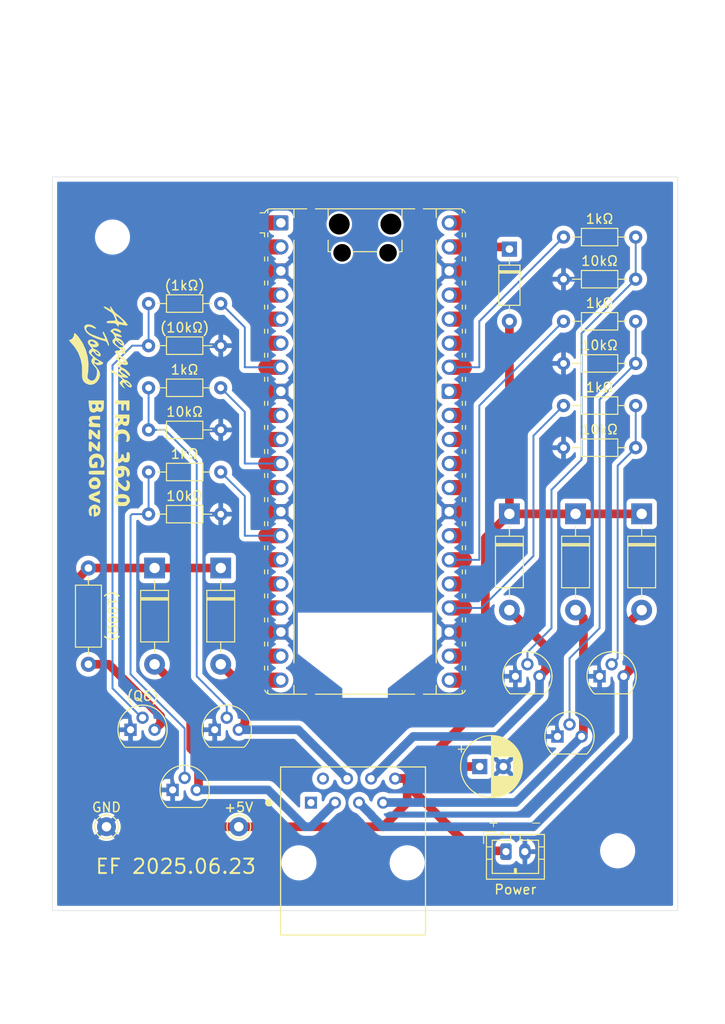
<source format=kicad_pcb>
(kicad_pcb (version 20241229) (generator "pcbnew") (generator_version "9.0")
  (title_block (title "BuzzGloves Controller") (date "2025-06-24") (rev "2025.06.23") (company "FRC 3620 - Average Joes") (comment 4 "Hi, Libby!"))
  (layers (0 "F.Cu" signal) (2 "B.Cu" signal) (13 "F.Paste" user) (15 "B.Paste" user) (5 "F.SilkS" user "F.Silkscreen") (7 "B.SilkS" user "B.Silkscreen") (1 "F.Mask" user) (3 "B.Mask" user) (25 "Edge.Cuts" user))
  (net 0 "")
  (net 1 "GND")
  (net 4 "+5V")
  (net 14 "X1")
  (net 28 "Net-(Q1-B)")
  (net 31 "M1")
  (net 34 "X2")
  (net 35 "X4")
  (net 36 "X5")
  (net 37 "X3")
  (net 38 "X6")
  (net 39 "M2")
  (net 40 "M3")
  (net 41 "M4")
  (net 42 "M5")
  (net 43 "Net-(Q2-B)")
  (net 44 "Net-(Q3-B)")
  (net 45 "Net-(Q4-B)")
  (net 46 "Net-(Q5-B)")
  (net 47 "/DummyLoad")
  (net 48 "Net-(Q6-B)")
  (net 49 "/Pico Power")
  (footprint "Resistor_THT:R_Axial_DIN0204_L3.6mm_D1.6mm_P7.62mm_Horizontal" (layer "F.Cu") (at 123.19 74.959401)
    (property "Reference" "R14" (hide yes))
    (property "Value" "(10kΩ)" (at 3.81 -1.905 0) (layer "F.SilkS"))
    (pad "1" thru_hole circle (at 0 0) (size 1.4 1.4) (drill 0.7) (layers "*.Cu" "*.Mask") (net 48 "Net-(Q6-B)"))
    (pad "2" thru_hole oval (at 7.62 0) (size 1.4 1.4) (drill 0.7) (layers "*.Cu" "*.Mask") (net 1 "GND"))
  )
  (footprint "Package_TO_SOT_THT:TO-92" (layer "F.Cu") (at 121.285 115.493358)
    (property "Reference" "(Q6)" (at 1.27 -3.56 0) (layer "F.SilkS"))
    (property "Value" "PN2222" (hide yes))
    (pad "1" thru_hole rect (at 0 0) (size 1.3 1.3) (drill 0.75) (layers "*.Cu" "*.Mask") (net 1 "GND"))
    (pad "2" thru_hole circle (at 1.27 -1.27) (size 1.3 1.3) (drill 0.75) (layers "*.Cu" "*.Mask") (net 48 "Net-(Q6-B)"))
    (pad "3" thru_hole circle (at 2.54 0) (size 1.3 1.3) (drill 0.75) (layers "*.Cu" "*.Mask") (net 47 "/DummyLoad"))
  )
  (footprint "Package_TO_SOT_THT:TO-92" (layer "F.Cu") (at 161.925 109.855)
    (property "Reference" "Q1" (hide yes))
    (property "Value" "PN2222" (hide yes))
    (pad "1" thru_hole rect (at 0 0) (size 1.3 1.3) (drill 0.75) (layers "*.Cu" "*.Mask") (net 1 "GND"))
    (pad "2" thru_hole circle (at 1.27 -1.27) (size 1.3 1.3) (drill 0.75) (layers "*.Cu" "*.Mask") (net 28 "Net-(Q1-B)"))
    (pad "3" thru_hole circle (at 2.54 0) (size 1.3 1.3) (drill 0.75) (layers "*.Cu" "*.Mask") (net 31 "M1"))
  )
  (footprint "Diode_THT:D_DO-35_SOD27_P7.62mm_Horizontal" (layer "F.Cu") (at 161.29 64.77 -90)
    (property "Reference" "D1" (hide yes))
    (property "Value" "SD103A-TAP")
    (pad "1" thru_hole rect (at 0 0 270) (size 1.6 1.6) (drill 0.8) (layers "*.Cu" "*.Mask") (net 49 "/Pico Power"))
    (pad "2" thru_hole oval (at 7.62 0 270) (size 1.6 1.6) (drill 0.8) (layers "*.Cu" "*.Mask") (net 4 "+5V"))
  )
  (footprint "MountingHole:MountingHole_3.2mm_M3" (layer "F.Cu") (at 172.72 128.27)
    (property "Reference" "REF**" (hide yes))
    (property "Value" "MountingHole_3.2mm_M3" (hide yes))
    (pad "" np_thru_hole circle (at 0 0) (size 3.2 3.2) (drill 3.2) (layers "*.Cu" "*.Mask"))
  )
  (footprint "Diode_THT:D_DO-41_SOD81_P10.16mm_Horizontal" (layer "F.Cu") (at 175.26 92.71 -90)
    (property "Reference" "D4" (hide yes))
    (property "Value" "1N4007" (hide yes))
    (pad "1" thru_hole rect (at 0 0 270) (size 2.2 2.2) (drill 1.1) (layers "*.Cu" "*.Mask") (net 4 "+5V"))
    (pad "2" thru_hole oval (at 10.16 0 270) (size 2.2 2.2) (drill 1.1) (layers "*.Cu" "*.Mask") (net 40 "M3"))
  )
  (footprint "Package_TO_SOT_THT:TO-92" (layer "F.Cu") (at 125.73 121.843358)
    (property "Reference" "Q5" (hide yes))
    (property "Value" "PN2222" (hide yes))
    (pad "1" thru_hole rect (at 0 0) (size 1.3 1.3) (drill 0.75) (layers "*.Cu" "*.Mask") (net 1 "GND"))
    (pad "2" thru_hole circle (at 1.27 -1.27) (size 1.3 1.3) (drill 0.75) (layers "*.Cu" "*.Mask") (net 46 "Net-(Q5-B)"))
    (pad "3" thru_hole circle (at 2.54 0) (size 1.3 1.3) (drill 0.75) (layers "*.Cu" "*.Mask") (net 42 "M5"))
  )
  (footprint "Package_TO_SOT_THT:TO-92" (layer "F.Cu") (at 130.175 115.493358)
    (property "Reference" "Q4" (hide yes))
    (property "Value" "PN2222" (hide yes))
    (pad "1" thru_hole rect (at 0 0) (size 1.3 1.3) (drill 0.75) (layers "*.Cu" "*.Mask") (net 1 "GND"))
    (pad "2" thru_hole circle (at 1.27 -1.27) (size 1.3 1.3) (drill 0.75) (layers "*.Cu" "*.Mask") (net 45 "Net-(Q4-B)"))
    (pad "3" thru_hole circle (at 2.54 0) (size 1.3 1.3) (drill 0.75) (layers "*.Cu" "*.Mask") (net 41 "M4"))
  )
  (footprint "Package_TO_SOT_THT:TO-92" (layer "F.Cu") (at 170.815 109.855)
    (property "Reference" "Q3" (hide yes))
    (property "Value" "PN2222" (hide yes))
    (pad "1" thru_hole rect (at 0 0) (size 1.3 1.3) (drill 0.75) (layers "*.Cu" "*.Mask") (net 1 "GND"))
    (pad "2" thru_hole circle (at 1.27 -1.27) (size 1.3 1.3) (drill 0.75) (layers "*.Cu" "*.Mask") (net 44 "Net-(Q3-B)"))
    (pad "3" thru_hole circle (at 2.54 0) (size 1.3 1.3) (drill 0.75) (layers "*.Cu" "*.Mask") (net 40 "M3"))
  )
  (footprint "Diode_THT:D_DO-41_SOD81_P10.16mm_Horizontal" (layer "F.Cu") (at 168.275 92.71 -90)
    (property "Reference" "D3" (hide yes))
    (property "Value" "1N4007" (hide yes))
    (pad "1" thru_hole rect (at 0 0 270) (size 2.2 2.2) (drill 1.1) (layers "*.Cu" "*.Mask") (net 4 "+5V"))
    (pad "2" thru_hole oval (at 10.16 0 270) (size 2.2 2.2) (drill 1.1) (layers "*.Cu" "*.Mask") (net 39 "M2"))
  )
  (footprint "Resistor_THT:R_Axial_DIN0204_L3.6mm_D1.6mm_P7.62mm_Horizontal" (layer "F.Cu") (at 123.19 88.294401)
    (property "Reference" "R11" (hide yes))
    (property "Value" "1kΩ" (at 3.81 -1.905 0) (layer "F.SilkS"))
    (pad "1" thru_hole circle (at 0 0) (size 1.4 1.4) (drill 0.7) (layers "*.Cu" "*.Mask") (net 46 "Net-(Q5-B)"))
    (pad "2" thru_hole oval (at 7.62 0) (size 1.4 1.4) (drill 0.7) (layers "*.Cu" "*.Mask") (net 36 "X5"))
  )
  (footprint "Connector_JST:JST_PH_B2B-PH-K_1x02_P2.00mm_Vertical" (layer "F.Cu") (at 160.925001 128.355)
    (property "Reference" "J4" (hide yes))
    (property "Value" "Power" (at 1 4 0) (layer "F.SilkS"))
    (fp_text user "+" (at -2 -2.5 0) (layer "F.SilkS") (effects (font (thickness 0.1)) (justify left bottom)))
    (fp_text user "-" (at 2.5 -2.5 0) (layer "F.SilkS") (effects (font (thickness 0.1)) (justify left bottom)))
    (pad "1" thru_hole roundrect (at 0 0) (size 1.2 1.75) (drill 0.75) (layers "*.Cu" "*.Mask") (roundrect_rratio 0.208333) (net 4 "+5V"))
    (pad "2" thru_hole oval (at 2.000001 0) (size 1.2 1.75) (drill 0.75) (layers "*.Cu" "*.Mask") (net 1 "GND"))
  )
  (footprint "BuzzGloveFootprints:logo" (layer "F.Cu") (at 118.075899 83.472471 -90)
    (property "Reference" "G***" (hide yes))
    (property "Value" "LOGO" (hide yes))
  )
  (footprint "Resistor_THT:R_Axial_DIN0204_L3.6mm_D1.6mm_P7.62mm_Horizontal" (layer "F.Cu") (at 174.625 72.39 180)
    (property "Reference" "R5" (hide yes))
    (property "Value" "1kΩ" (at 3.81 1.92 180) (layer "F.SilkS"))
    (pad "1" thru_hole circle (at 0 0 180) (size 1.4 1.4) (drill 0.7) (layers "*.Cu" "*.Mask") (net 43 "Net-(Q2-B)"))
    (pad "2" thru_hole oval (at 7.62 0 180) (size 1.4 1.4) (drill 0.7) (layers "*.Cu" "*.Mask") (net 34 "X2"))
  )
  (footprint "Resistor_THT:R_Axial_DIN0204_L3.6mm_D1.6mm_P7.62mm_Horizontal" (layer "F.Cu") (at 123.19 70.514401)
    (property "Reference" "R13" (hide yes))
    (property "Value" "(1kΩ)" (at 3.81 -1.905 0) (layer "F.SilkS"))
    (pad "1" thru_hole circle (at 0 0) (size 1.4 1.4) (drill 0.7) (layers "*.Cu" "*.Mask") (net 48 "Net-(Q6-B)"))
    (pad "2" thru_hole oval (at 7.62 0) (size 1.4 1.4) (drill 0.7) (layers "*.Cu" "*.Mask") (net 38 "X6"))
  )
  (footprint "Diode_THT:D_DO-41_SOD81_P10.16mm_Horizontal" (layer "F.Cu") (at 161.29 92.71 -90)
    (property "Reference" "D2" (hide yes))
    (property "Value" "1N4007" (hide yes))
    (pad "1" thru_hole rect (at 0 0 270) (size 2.2 2.2) (drill 1.1) (layers "*.Cu" "*.Mask") (net 4 "+5V"))
    (pad "2" thru_hole oval (at 10.16 0 270) (size 2.2 2.2) (drill 1.1) (layers "*.Cu" "*.Mask") (net 31 "M1"))
  )
  (footprint "Resistor_THT:R_Axial_DIN0207_L6.3mm_D2.5mm_P10.16mm_Horizontal" (layer "F.Cu") (at 116.84 98.425 -90)
    (property "Reference" "R15" (hide yes))
    (property "Value" "(100Ω)" (at 5.08 -2.54 270) (layer "F.SilkS"))
    (pad "1" thru_hole circle (at 0 0 270) (size 1.6 1.6) (drill 0.8) (layers "*.Cu" "*.Mask") (net 4 "+5V"))
    (pad "2" thru_hole oval (at 10.16 0 270) (size 1.6 1.6) (drill 0.8) (layers "*.Cu" "*.Mask") (net 47 "/DummyLoad"))
  )
  (footprint "BuzzGloveFootprints:AMPHENOL_54602-908LF" (layer "F.Cu") (at 144.78 129.54)
    (property "Reference" "J2" (hide yes))
    (property "Value" "8P8C")
    (pad "" np_thru_hole circle (at -5.715 0) (size 3.2 3.2) (drill 3.2) (layers "*.Cu" "*.Mask"))
    (pad "" np_thru_hole circle (at 5.715 0) (size 3.2 3.2) (drill 3.2) (layers "*.Cu" "*.Mask"))
    (pad "1" thru_hole rect (at -4.445 -6.35) (size 1.268 1.268) (drill 0.76) (layers "*.Cu" "*.Mask"))
    (pad "2" thru_hole circle (at -3.175 -8.89) (size 1.268 1.268) (drill 0.76) (layers "*.Cu" "*.Mask"))
    (pad "3" thru_hole circle (at -1.905 -6.35) (size 1.268 1.268) (drill 0.76) (layers "*.Cu" "*.Mask") (net 42 "M5"))
    (pad "4" thru_hole circle (at -0.635 -8.89) (size 1.268 1.268) (drill 0.76) (layers "*.Cu" "*.Mask") (net 41 "M4"))
    (pad "5" thru_hole circle (at 0.635 -6.35) (size 1.268 1.268) (drill 0.76) (layers "*.Cu" "*.Mask") (net 40 "M3"))
    (pad "6" thru_hole circle (at 1.905 -8.89) (size 1.268 1.268) (drill 0.76) (layers "*.Cu" "*.Mask") (net 31 "M1"))
    (pad "7" thru_hole circle (at 3.175 -6.35) (size 1.268 1.268) (drill 0.76) (layers "*.Cu" "*.Mask") (net 39 "M2"))
    (pad "8" thru_hole circle (at 4.445 -8.89) (size 1.268 1.268) (drill 0.76) (layers "*.Cu" "*.Mask") (net 4 "+5V"))
  )
  (footprint "Package_TO_SOT_THT:TO-92" (layer "F.Cu") (at 166.37 116.205)
    (property "Reference" "Q2" (hide yes))
    (property "Value" "PN2222" (hide yes))
    (pad "1" thru_hole rect (at 0 0) (size 1.3 1.3) (drill 0.75) (layers "*.Cu" "*.Mask") (net 1 "GND"))
    (pad "2" thru_hole circle (at 1.27 -1.27) (size 1.3 1.3) (drill 0.75) (layers "*.Cu" "*.Mask") (net 43 "Net-(Q2-B)"))
    (pad "3" thru_hole circle (at 2.54 0) (size 1.3 1.3) (drill 0.75) (layers "*.Cu" "*.Mask") (net 39 "M2"))
  )
  (footprint "Resistor_THT:R_Axial_DIN0204_L3.6mm_D1.6mm_P7.62mm_Horizontal" (layer "F.Cu") (at 123.19 83.849401)
    (property "Reference" "R10" (hide yes))
    (property "Value" "10kΩ" (at 3.81 -1.905 0) (layer "F.SilkS"))
    (pad "1" thru_hole circle (at 0 0) (size 1.4 1.4) (drill 0.7) (layers "*.Cu" "*.Mask") (net 45 "Net-(Q4-B)"))
    (pad "2" thru_hole oval (at 7.62 0) (size 1.4 1.4) (drill 0.7) (layers "*.Cu" "*.Mask") (net 1 "GND"))
  )
  (footprint "Capacitor_THT:CP_Radial_D6.3mm_P2.50mm" (layer "F.Cu") (at 158.155 119.38)
    (property "Reference" "C1" (hide yes))
    (property "Value" "10uf")
    (pad "1" thru_hole rect (at 0 0) (size 1.6 1.6) (drill 0.8) (layers "*.Cu" "*.Mask") (net 4 "+5V"))
    (pad "2" thru_hole circle (at 2.5 0) (size 1.6 1.6) (drill 0.8) (layers "*.Cu" "*.Mask") (net 1 "GND"))
  )
  (footprint "Diode_THT:D_DO-41_SOD81_P10.16mm_Horizontal" (layer "F.Cu") (at 130.81 98.425 -90)
    (property "Reference" "D5" (hide yes))
    (property "Value" "1N4007" (hide yes))
    (pad "1" thru_hole rect (at 0 0 270) (size 2.2 2.2) (drill 1.1) (layers "*.Cu" "*.Mask") (net 4 "+5V"))
    (pad "2" thru_hole oval (at 10.16 0 270) (size 2.2 2.2) (drill 1.1) (layers "*.Cu" "*.Mask") (net 41 "M4"))
  )
  (footprint "Resistor_THT:R_Axial_DIN0204_L3.6mm_D1.6mm_P7.62mm_Horizontal" (layer "F.Cu") (at 174.625 67.945 180)
    (property "Reference" "R4" (hide yes))
    (property "Value" "10kΩ" (at 3.81 1.92 180) (layer "F.SilkS"))
    (pad "1" thru_hole circle (at 0 0 180) (size 1.4 1.4) (drill 0.7) (layers "*.Cu" "*.Mask") (net 28 "Net-(Q1-B)"))
    (pad "2" thru_hole oval (at 7.62 0 180) (size 1.4 1.4) (drill 0.7) (layers "*.Cu" "*.Mask") (net 1 "GND"))
  )
  (footprint "Resistor_THT:R_Axial_DIN0204_L3.6mm_D1.6mm_P7.62mm_Horizontal" (layer "F.Cu") (at 123.19 92.739401)
    (property "Reference" "R12" (hide yes))
    (property "Value" "10kΩ" (at 3.81 -1.905 0) (layer "F.SilkS"))
    (pad "1" thru_hole circle (at 0 0) (size 1.4 1.4) (drill 0.7) (layers "*.Cu" "*.Mask") (net 46 "Net-(Q5-B)"))
    (pad "2" thru_hole oval (at 7.62 0) (size 1.4 1.4) (drill 0.7) (layers "*.Cu" "*.Mask") (net 1 "GND"))
  )
  (footprint "Resistor_THT:R_Axial_DIN0204_L3.6mm_D1.6mm_P7.62mm_Horizontal" (layer "F.Cu") (at 123.19 79.404401)
    (property "Reference" "R9" (hide yes))
    (property "Value" "1kΩ" (at 3.81 -1.905 0) (layer "F.SilkS"))
    (pad "1" thru_hole circle (at 0 0) (size 1.4 1.4) (drill 0.7) (layers "*.Cu" "*.Mask") (net 45 "Net-(Q4-B)"))
    (pad "2" thru_hole oval (at 7.62 0) (size 1.4 1.4) (drill 0.7) (layers "*.Cu" "*.Mask") (net 35 "X4"))
  )
  (footprint "Diode_THT:D_DO-41_SOD81_P10.16mm_Horizontal" (layer "F.Cu") (at 123.825 98.425 -90)
    (property "Reference" "D6" (hide yes))
    (property "Value" "1N4007" (hide yes))
    (pad "1" thru_hole rect (at 0 0 270) (size 2.2 2.2) (drill 1.1) (layers "*.Cu" "*.Mask") (net 4 "+5V"))
    (pad "2" thru_hole oval (at 10.16 0 270) (size 2.2 2.2) (drill 1.1) (layers "*.Cu" "*.Mask") (net 42 "M5"))
  )
  (footprint "Module:RaspberryPi_Pico_Common_Unspecified" (layer "F.Cu") (at 146.05 86.13)
    (property "Reference" "A1" (hide yes))
    (property "Value" "RaspberryPi_Pico")
    (pad "" np_thru_hole circle (at -2.725 -24) (size 2.2 2.2) (drill 2.2) (layers "*.Mask"))
    (pad "" np_thru_hole circle (at -2.425 -20.97) (size 1.85 1.85) (drill 1.85) (layers "*.Mask"))
    (pad "" np_thru_hole circle (at 2.425 -20.97) (size 1.85 1.85) (drill 1.85) (layers "*.Mask"))
    (pad "" np_thru_hole circle (at 2.725 -24) (size 2.2 2.2) (drill 2.2) (layers "*.Mask"))
    (pad "1" smd custom (at -9.69 -24.13) (size 1.6 0.8) (layers "F.Cu" "F.Mask") (options (clearance outline) (anchor rect)) (primitives (gr_circle (center 0.8 0) (end 1.6 0) (width 0) (fill yes)) (gr_poly (pts (xy -1.6 -0.6) (xy -1.6 0.6) (xy -1.4 0.8) (xy 0.8 0.8) (xy 0.8 -0.8) (xy -1.4 -0.8)) (width 0) (fill yes)) (gr_circle (center -1.4 -0.6) (end -1.2 -0.6) (width 0) (fill yes)) (gr_circle (center -1.4 0.6) (end -1.2 0.6) (width 0) (fill yes))))
    (pad "1" thru_hole roundrect (at -8.89 -24.13) (size 1.6 1.6) (drill 1) (layers "*.Cu" "*.Mask") (roundrect_rratio 0.125))
    (pad "2" smd roundrect (at -9.69 -21.59) (size 3.2 1.6) (layers "F.Cu" "F.Mask") (roundrect_rratio 0.5))
    (pad "2" thru_hole circle (at -8.89 -21.59) (size 1.6 1.6) (drill 1) (layers "*.Cu" "*.Mask"))
    (pad "3" smd custom (at -9.69 -19.05) (size 1.6 0.8) (layers "F.Cu" "F.Mask") (net 1 "GND") (options (clearance outline) (anchor rect)) (primitives (gr_circle (center -0.8 0) (end 0 0) (width 0) (fill yes)) (gr_poly (pts (xy 1.6 -0.6) (xy 1.6 0.6) (xy 1.4 0.8) (xy -0.8 0.8) (xy -0.8 -0.8) (xy 1.4 -0.8)) (width 0) (fill yes)) (gr_circle (center 1.4 -0.6) (end 1.6 -0.6) (width 0) (fill yes)) (gr_circle (center 1.4 0.6) (end 1.6 0.6) (width 0) (fill yes))))
    (pad "3" thru_hole custom (at -8.89 -19.05) (size 1.6 1.6) (drill 1) (layers "*.Cu" "*.Mask") (net 1 "GND") (options (clearance outline) (anchor circle)) (primitives (gr_poly (pts (xy 0.8 0.6) (xy 0.8 -0.6) (xy 0.6 -0.8) (xy 0 -0.8) (xy 0 0.8) (xy 0.6 0.8)) (width 0) (fill yes)) (gr_circle (center 0.6 0.6) (end 0.8 0.6) (width 0) (fill yes)) (gr_circle (center 0.6 -0.6) (end 0.8 -0.6) (width 0) (fill yes))))
    (pad "4" smd roundrect (at -9.69 -16.51) (size 3.2 1.6) (layers "F.Cu" "F.Mask") (roundrect_rratio 0.5))
    (pad "4" thru_hole circle (at -8.89 -16.51) (size 1.6 1.6) (drill 1) (layers "*.Cu" "*.Mask"))
    (pad "5" smd roundrect (at -9.69 -13.97) (size 3.2 1.6) (layers "F.Cu" "F.Mask") (roundrect_rratio 0.5))
    (pad "5" thru_hole circle (at -8.89 -13.97) (size 1.6 1.6) (drill 1) (layers "*.Cu" "*.Mask"))
    (pad "6" smd roundrect (at -9.69 -11.43) (size 3.2 1.6) (layers "F.Cu" "F.Mask") (roundrect_rratio 0.5))
    (pad "6" thru_hole circle (at -8.89 -11.43) (size 1.6 1.6) (drill 1) (layers "*.Cu" "*.Mask"))
    (pad "7" smd roundrect (at -9.69 -8.89) (size 3.2 1.6) (layers "F.Cu" "F.Mask") (roundrect_rratio 0.5) (net 38 "X6"))
    (pad "7" thru_hole circle (at -8.89 -8.89) (size 1.6 1.6) (drill 1) (layers "*.Cu" "*.Mask") (net 38 "X6"))
    (pad "8" smd custom (at -9.69 -6.35) (size 1.6 0.8) (layers "F.Cu" "F.Mask") (net 1 "GND") (options (clearance outline) (anchor rect)) (primitives (gr_circle (center -0.8 0) (end 0 0) (width 0) (fill yes)) (gr_poly (pts (xy 1.6 -0.6) (xy 1.6 0.6) (xy 1.4 0.8) (xy -0.8 0.8) (xy -0.8 -0.8) (xy 1.4 -0.8)) (width 0) (fill yes)) (gr_circle (center 1.4 -0.6) (end 1.6 -0.6) (width 0) (fill yes)) (gr_circle (center 1.4 0.6) (end 1.6 0.6) (width 0) (fill yes))))
    (pad "8" thru_hole custom (at -8.89 -6.35) (size 1.6 1.6) (drill 1) (layers "*.Cu" "*.Mask") (net 1 "GND") (options (clearance outline) (anchor circle)) (primitives (gr_poly (pts (xy 0.8 0.6) (xy 0.8 -0.6) (xy 0.6 -0.8) (xy 0 -0.8) (xy 0 0.8) (xy 0.6 0.8)) (width 0) (fill yes)) (gr_circle (center 0.6 0.6) (end 0.8 0.6) (width 0) (fill yes)) (gr_circle (center 0.6 -0.6) (end 0.8 -0.6) (width 0) (fill yes))))
    (pad "9" smd roundrect (at -9.69 -3.81) (size 3.2 1.6) (layers "F.Cu" "F.Mask") (roundrect_rratio 0.5))
    (pad "9" thru_hole circle (at -8.89 -3.81) (size 1.6 1.6) (drill 1) (layers "*.Cu" "*.Mask"))
    (pad "10" smd roundrect (at -9.69 -1.27) (size 3.2 1.6) (layers "F.Cu" "F.Mask") (roundrect_rratio 0.5))
    (pad "10" thru_hole circle (at -8.89 -1.27) (size 1.6 1.6) (drill 1) (layers "*.Cu" "*.Mask"))
    (pad "11" smd roundrect (at -9.69 1.27) (size 3.2 1.6) (layers "F.Cu" "F.Mask") (roundrect_rratio 0.5) (net 35 "X4"))
    (pad "11" thru_hole circle (at -8.89 1.27) (size 1.6 1.6) (drill 1) (layers "*.Cu" "*.Mask") (net 35 "X4"))
    (pad "12" smd roundrect (at -9.69 3.81) (size 3.2 1.6) (layers "F.Cu" "F.Mask") (roundrect_rratio 0.5))
    (pad "12" thru_hole circle (at -8.89 3.81) (size 1.6 1.6) (drill 1) (layers "*.Cu" "*.Mask"))
    (pad "13" smd custom (at -9.69 6.35) (size 1.6 0.8) (layers "F.Cu" "F.Mask") (net 1 "GND") (options (clearance outline) (anchor rect)) (primitives (gr_circle (center -0.8 0) (end 0 0) (width 0) (fill yes)) (gr_poly (pts (xy 1.6 -0.6) (xy 1.6 0.6) (xy 1.4 0.8) (xy -0.8 0.8) (xy -0.8 -0.8) (xy 1.4 -0.8)) (width 0) (fill yes)) (gr_circle (center 1.4 -0.6) (end 1.6 -0.6) (width 0) (fill yes)) (gr_circle (center 1.4 0.6) (end 1.6 0.6) (width 0) (fill yes))))
    (pad "13" thru_hole custom (at -8.89 6.35) (size 1.6 1.6) (drill 1) (layers "*.Cu" "*.Mask") (net 1 "GND") (options (clearance outline) (anchor circle)) (primitives (gr_poly (pts (xy 0.8 0.6) (xy 0.8 -0.6) (xy 0.6 -0.8) (xy 0 -0.8) (xy 0 0.8) (xy 0.6 0.8)) (width 0) (fill yes)) (gr_circle (center 0.6 0.6) (end 0.8 0.6) (width 0) (fill yes)) (gr_circle (center 0.6 -0.6) (end 0.8 -0.6) (width 0) (fill yes))))
    (pad "14" smd roundrect (at -9.69 8.89) (size 3.2 1.6) (layers "F.Cu" "F.Mask") (roundrect_rratio 0.5) (net 36 "X5"))
    (pad "14" thru_hole circle (at -8.89 8.89) (size 1.6 1.6) (drill 1) (layers "*.Cu" "*.Mask") (net 36 "X5"))
    (pad "15" smd roundrect (at -9.69 11.43) (size 3.2 1.6) (layers "F.Cu" "F.Mask") (roundrect_rratio 0.5))
    (pad "15" thru_hole circle (at -8.89 11.43) (size 1.6 1.6) (drill 1) (layers "*.Cu" "*.Mask"))
    (pad "16" smd roundrect (at -9.69 13.97) (size 3.2 1.6) (layers "F.Cu" "F.Mask") (roundrect_rratio 0.5))
    (pad "16" thru_hole circle (at -8.89 13.97) (size 1.6 1.6) (drill 1) (layers "*.Cu" "*.Mask"))
    (pad "17" smd roundrect (at -9.69 16.51) (size 3.2 1.6) (layers "F.Cu" "F.Mask") (roundrect_rratio 0.5))
    (pad "17" thru_hole circle (at -8.89 16.51) (size 1.6 1.6) (drill 1) (layers "*.Cu" "*.Mask"))
    (pad "18" smd custom (at -9.69 19.05) (size 1.6 0.8) (layers "F.Cu" "F.Mask") (net 1 "GND") (options (clearance outline) (anchor rect)) (primitives (gr_circle (center -0.8 0) (end 0 0) (width 0) (fill yes)) (gr_poly (pts (xy 1.6 -0.6) (xy 1.6 0.6) (xy 1.4 0.8) (xy -0.8 0.8) (xy -0.8 -0.8) (xy 1.4 -0.8)) (width 0) (fill yes)) (gr_circle (center 1.4 -0.6) (end 1.6 -0.6) (width 0) (fill yes)) (gr_circle (center 1.4 0.6) (end 1.6 0.6) (width 0) (fill yes))))
    (pad "18" thru_hole custom (at -8.89 19.05) (size 1.6 1.6) (drill 1) (layers "*.Cu" "*.Mask") (net 1 "GND") (options (clearance outline) (anchor circle)) (primitives (gr_poly (pts (xy 0.8 0.6) (xy 0.8 -0.6) (xy 0.6 -0.8) (xy 0 -0.8) (xy 0 0.8) (xy 0.6 0.8)) (width 0) (fill yes)) (gr_circle (center 0.6 0.6) (end 0.8 0.6) (width 0) (fill yes)) (gr_circle (center 0.6 -0.6) (end 0.8 -0.6) (width 0) (fill yes))))
    (pad "19" smd roundrect (at -9.69 21.59) (size 3.2 1.6) (layers "F.Cu" "F.Mask") (roundrect_rratio 0.5))
    (pad "19" thru_hole circle (at -8.89 21.59) (size 1.6 1.6) (drill 1) (layers "*.Cu" "*.Mask"))
    (pad "20" smd roundrect (at -9.69 24.13) (size 3.2 1.6) (layers "F.Cu" "F.Mask") (roundrect_rratio 0.5))
    (pad "20" thru_hole circle (at -8.89 24.13) (size 1.6 1.6) (drill 1) (layers "*.Cu" "*.Mask"))
    (pad "21" thru_hole circle (at 8.89 24.13) (size 1.6 1.6) (drill 1) (layers "*.Cu" "*.Mask"))
    (pad "21" smd roundrect (at 9.69 24.13) (size 3.2 1.6) (layers "F.Cu" "F.Mask") (roundrect_rratio 0.5))
    (pad "22" thru_hole circle (at 8.89 21.59) (size 1.6 1.6) (drill 1) (layers "*.Cu" "*.Mask"))
    (pad "22" smd roundrect (at 9.69 21.59) (size 3.2 1.6) (layers "F.Cu" "F.Mask") (roundrect_rratio 0.5))
    (pad "23" thru_hole custom (at 8.89 19.05) (size 1.6 1.6) (drill 1) (layers "*.Cu" "*.Mask") (net 1 "GND") (options (clearance outline) (anchor circle)) (primitives (gr_poly (pts (xy -0.8 0.6) (xy -0.8 -0.6) (xy -0.6 -0.8) (xy 0 -0.8) (xy 0 0.8) (xy -0.6 0.8)) (width 0) (fill yes)) (gr_circle (center -0.6 0.6) (end -0.4 0.6) (width 0) (fill yes)) (gr_circle (center -0.6 -0.6) (end -0.4 -0.6) (width 0) (fill yes))))
    (pad "23" smd custom (at 9.69 19.05) (size 1.6 0.8) (layers "F.Cu" "F.Mask") (net 1 "GND") (options (clearance outline) (anchor rect)) (primitives (gr_circle (center 0.8 0) (end 1.6 0) (width 0) (fill yes)) (gr_poly (pts (xy -1.6 -0.6) (xy -1.6 0.6) (xy -1.4 0.8) (xy 0.8 0.8) (xy 0.8 -0.8) (xy -1.4 -0.8)) (width 0) (fill yes)) (gr_circle (center -1.4 -0.6) (end -1.2 -0.6) (width 0) (fill yes)) (gr_circle (center -1.4 0.6) (end -1.2 0.6) (width 0) (fill yes))))
    (pad "24" thru_hole circle (at 8.89 16.51) (size 1.6 1.6) (drill 1) (layers "*.Cu" "*.Mask") (net 37 "X3"))
    (pad "24" smd roundrect (at 9.69 16.51) (size 3.2 1.6) (layers "F.Cu" "F.Mask") (roundrect_rratio 0.5) (net 37 "X3"))
    (pad "25" thru_hole circle (at 8.89 13.97) (size 1.6 1.6) (drill 1) (layers "*.Cu" "*.Mask"))
    (pad "25" smd roundrect (at 9.69 13.97) (size 3.2 1.6) (layers "F.Cu" "F.Mask") (roundrect_rratio 0.5))
    (pad "26" thru_hole circle (at 8.89 11.43) (size 1.6 1.6) (drill 1) (layers "*.Cu" "*.Mask") (net 34 "X2"))
    (pad "26" smd roundrect (at 9.69 11.43) (size 3.2 1.6) (layers "F.Cu" "F.Mask") (roundrect_rratio 0.5) (net 34 "X2"))
    (pad "27" thru_hole circle (at 8.89 8.89) (size 1.6 1.6) (drill 1) (layers "*.Cu" "*.Mask"))
    (pad "27" smd roundrect (at 9.69 8.89) (size 3.2 1.6) (layers "F.Cu" "F.Mask") (roundrect_rratio 0.5))
    (pad "28" thru_hole custom (at 8.89 6.35) (size 1.6 1.6) (drill 1) (layers "*.Cu" "*.Mask") (net 1 "GND") (options (clearance outline) (anchor circle)) (primitives (gr_poly (pts (xy -0.8 0.6) (xy -0.8 -0.6) (xy -0.6 -0.8) (xy 0 -0.8) (xy 0 0.8) (xy -0.6 0.8)) (width 0) (fill yes)) (gr_circle (center -0.6 0.6) (end -0.4 0.6) (width 0) (fill yes)) (gr_circle (center -0.6 -0.6) (end -0.4 -0.6) (width 0) (fill yes))))
    (pad "28" smd custom (at 9.69 6.35) (size 1.6 0.8) (layers "F.Cu" "F.Mask") (net 1 "GND") (options (clearance outline) (anchor rect)) (primitives (gr_circle (center 0.8 0) (end 1.6 0) (width 0) (fill yes)) (gr_poly (pts (xy -1.6 -0.6) (xy -1.6 0.6) (xy -1.4 0.8) (xy 0.8 0.8) (xy 0.8 -0.8) (xy -1.4 -0.8)) (width 0) (fill yes)) (gr_circle (center -1.4 -0.6) (end -1.2 -0.6) (width 0) (fill yes)) (gr_circle (center -1.4 0.6) (end -1.2 0.6) (width 0) (fill yes))))
    (pad "29" thru_hole circle (at 8.89 3.81) (size 1.6 1.6) (drill 1) (layers "*.Cu" "*.Mask"))
    (pad "29" smd roundrect (at 9.69 3.81) (size 3.2 1.6) (layers "F.Cu" "F.Mask") (roundrect_rratio 0.5))
    (pad "30" thru_hole circle (at 8.89 1.27) (size 1.6 1.6) (drill 1) (layers "*.Cu" "*.Mask"))
    (pad "30" smd roundrect (at 9.69 1.27) (size 3.2 1.6) (layers "F.Cu" "F.Mask") (roundrect_rratio 0.5))
    (pad "31" thru_hole circle (at 8.89 -1.27) (size 1.6 1.6) (drill 1) (layers "*.Cu" "*.Mask"))
    (pad "31" smd roundrect (at 9.69 -1.27) (size 3.2 1.6) (layers "F.Cu" "F.Mask") (roundrect_rratio 0.5))
    (pad "32" thru_hole circle (at 8.89 -3.81) (size 1.6 1.6) (drill 1) (layers "*.Cu" "*.Mask"))
    (pad "32" smd roundrect (at 9.69 -3.81) (size 3.2 1.6) (layers "F.Cu" "F.Mask") (roundrect_rratio 0.5))
    (pad "33" thru_hole custom (at 8.89 -6.35) (size 1.6 1.6) (drill 1) (layers "*.Cu" "*.Mask") (options (clearance outline) (anchor circle)) (primitives (gr_poly (pts (xy -0.8 0.6) (xy -0.8 -0.6) (xy -0.6 -0.8) (xy 0 -0.8) (xy 0 0.8) (xy -0.6 0.8)) (width 0) (fill yes)) (gr_circle (center -0.6 0.6) (end -0.4 0.6) (width 0) (fill yes)) (gr_circle (center -0.6 -0.6) (end -0.4 -0.6) (width 0) (fill yes))))
    (pad "33" smd custom (at 9.69 -6.35) (size 1.6 0.8) (layers "F.Cu" "F.Mask") (options (clearance outline) (anchor rect)) (primitives (gr_circle (center 0.8 0) (end 1.6 0) (width 0) (fill yes)) (gr_poly (pts (xy -1.6 -0.6) (xy -1.6 0.6) (xy -1.4 0.8) (xy 0.8 0.8) (xy 0.8 -0.8) (xy -1.4 -0.8)) (width 0) (fill yes)) (gr_circle (center -1.4 -0.6) (end -1.2 -0.6) (width 0) (fill yes)) (gr_circle (center -1.4 0.6) (end -1.2 0.6) (width 0) (fill yes))))
    (pad "34" thru_hole circle (at 8.89 -8.89) (size 1.6 1.6) (drill 1) (layers "*.Cu" "*.Mask") (net 14 "X1"))
    (pad "34" smd roundrect (at 9.69 -8.89) (size 3.2 1.6) (layers "F.Cu" "F.Mask") (roundrect_rratio 0.5) (net 14 "X1"))
    (pad "35" thru_hole circle (at 8.89 -11.43) (size 1.6 1.6) (drill 1) (layers "*.Cu" "*.Mask"))
    (pad "35" smd roundrect (at 9.69 -11.43) (size 3.2 1.6) (layers "F.Cu" "F.Mask") (roundrect_rratio 0.5))
    (pad "36" thru_hole circle (at 8.89 -13.97) (size 1.6 1.6) (drill 1) (layers "*.Cu" "*.Mask"))
    (pad "36" smd roundrect (at 9.69 -13.97) (size 3.2 1.6) (layers "F.Cu" "F.Mask") (roundrect_rratio 0.5))
    (pad "37" thru_hole circle (at 8.89 -16.51) (size 1.6 1.6) (drill 1) (layers "*.Cu" "*.Mask"))
    (pad "37" smd roundrect (at 9.69 -16.51) (size 3.2 1.6) (layers "F.Cu" "F.Mask") (roundrect_rratio 0.5))
    (pad "38" thru_hole custom (at 8.89 -19.05) (size 1.6 1.6) (drill 1) (layers "*.Cu" "*.Mask") (net 1 "GND") (options (clearance outline) (anchor circle)) (primitives (gr_poly (pts (xy -0.8 0.6) (xy -0.8 -0.6) (xy -0.6 -0.8) (xy 0 -0.8) (xy 0 0.8) (xy -0.6 0.8)) (width 0) (fill yes)) (gr_circle (center -0.6 0.6) (end -0.4 0.6) (width 0) (fill yes)) (gr_circle (center -0.6 -0.6) (end -0.4 -0.6) (width 0) (fill yes))))
    (pad "38" smd custom (at 9.69 -19.05) (size 1.6 0.8) (layers "F.Cu" "F.Mask") (net 1 "GND") (options (clearance outline) (anchor rect)) (primitives (gr_circle (center 0.8 0) (end 1.6 0) (width 0) (fill yes)) (gr_poly (pts (xy -1.6 -0.6) (xy -1.6 0.6) (xy -1.4 0.8) (xy 0.8 0.8) (xy 0.8 -0.8) (xy -1.4 -0.8)) (width 0) (fill yes)) (gr_circle (center -1.4 -0.6) (end -1.2 -0.6) (width 0) (fill yes)) (gr_circle (center -1.4 0.6) (end -1.2 0.6) (width 0) (fill yes))))
    (pad "39" thru_hole circle (at 8.89 -21.59) (size 1.6 1.6) (drill 1) (layers "*.Cu" "*.Mask") (net 49 "/Pico Power"))
    (pad "39" smd roundrect (at 9.69 -21.59) (size 3.2 1.6) (layers "F.Cu" "F.Mask") (roundrect_rratio 0.5) (net 49 "/Pico Power"))
    (pad "40" thru_hole circle (at 8.89 -24.13) (size 1.6 1.6) (drill 1) (layers "*.Cu" "*.Mask"))
    (pad "40" smd roundrect (at 9.69 -24.13) (size 3.2 1.6) (layers "F.Cu" "F.Mask") (roundrect_rratio 0.5))
    (zone (net 0) (net_name "") (layers "F.Cu" "B.Cu" "F.Paste" "B.Paste") (name "Antenna Copper Keep Out") (connect_pads (clearance 0)) (min_thickness 0.254)
      (keepout (tracks not_allowed) (vias not_allowed) (pads not_allowed) (copperpour not_allowed) (footprints allowed))
      (fill (thermal_gap 0.508) (thermal_bridge_width 0.508))
      (polygon (pts (xy 143.65 111.119895) (xy 138.95 107.469895) (xy 138.95 103.13) (xy 153.15 103.13) (xy 153.15 107.469895) (xy 148.45 111.119895) (xy 148.45 112.13) (xy 143.65 112.13)))
    )
  )
  (footprint "Connector_Pin:Pin_D1.0mm_L10.0mm" (layer "F.Cu") (at 132.715 125.73)
    (property "Reference" "J1" (hide yes))
    (property "Value" "+5V" (at 0 -2.05 0) (layer "F.SilkS"))
    (pad "1" thru_hole circle (at 0 0) (size 2 2) (drill 1) (layers "*.Cu" "*.Mask") (net 4 "+5V"))
  )
  (footprint "Resistor_THT:R_Axial_DIN0204_L3.6mm_D1.6mm_P7.62mm_Horizontal" (layer "F.Cu") (at 174.625 85.725 180)
    (property "Reference" "R8" (hide yes))
    (property "Value" "10kΩ" (at 3.81 1.92 180) (layer "F.SilkS"))
    (pad "1" thru_hole circle (at 0 0 180) (size 1.4 1.4) (drill 0.7) (layers "*.Cu" "*.Mask") (net 44 "Net-(Q3-B)"))
    (pad "2" thru_hole oval (at 7.62 0 180) (size 1.4 1.4) (drill 0.7) (layers "*.Cu" "*.Mask") (net 1 "GND"))
  )
  (footprint "Connector_Pin:Pin_D1.0mm_L10.0mm" (layer "F.Cu") (at 118.745 125.73)
    (property "Reference" "J3" (hide yes))
    (property "Value" "GND" (at 0 -2.05 0) (layer "F.SilkS"))
    (pad "1" thru_hole circle (at 0 0) (size 2 2) (drill 1) (layers "*.Cu" "*.Mask") (net 1 "GND"))
  )
  (footprint "Resistor_THT:R_Axial_DIN0204_L3.6mm_D1.6mm_P7.62mm_Horizontal" (layer "F.Cu") (at 174.625 81.28 180)
    (property "Reference" "R7" (hide yes))
    (property "Value" "1kΩ" (at 3.81 1.92 180) (layer "F.SilkS"))
    (pad "1" thru_hole circle (at 0 0 180) (size 1.4 1.4) (drill 0.7) (layers "*.Cu" "*.Mask") (net 44 "Net-(Q3-B)"))
    (pad "2" thru_hole oval (at 7.62 0 180) (size 1.4 1.4) (drill 0.7) (layers "*.Cu" "*.Mask") (net 37 "X3"))
  )
  (footprint "MountingHole:MountingHole_3.2mm_M3" (layer "F.Cu") (at 119.38 63.5)
    (property "Reference" "REF**" (hide yes))
    (property "Value" "MountingHole_3.2mm_M3" (hide yes))
    (pad "" np_thru_hole circle (at 0 0) (size 3.2 3.2) (drill 3.2) (layers "*.Cu" "*.Mask"))
  )
  (footprint "Resistor_THT:R_Axial_DIN0204_L3.6mm_D1.6mm_P7.62mm_Horizontal" (layer "F.Cu") (at 174.625 63.5 180)
    (property "Reference" "R3" (hide yes))
    (property "Value" "1kΩ" (at 3.81 1.92 180) (layer "F.SilkS"))
    (pad "1" thru_hole circle (at 0 0 180) (size 1.4 1.4) (drill 0.7) (layers "*.Cu" "*.Mask") (net 28 "Net-(Q1-B)"))
    (pad "2" thru_hole oval (at 7.62 0 180) (size 1.4 1.4) (drill 0.7) (layers "*.Cu" "*.Mask") (net 14 "X1"))
  )
  (footprint "Resistor_THT:R_Axial_DIN0204_L3.6mm_D1.6mm_P7.62mm_Horizontal" (layer "F.Cu") (at 174.625 76.835 180)
    (property "Reference" "R6" (hide yes))
    (property "Value" "10kΩ" (at 3.81 1.92 180) (layer "F.SilkS"))
    (pad "1" thru_hole circle (at 0 0 180) (size 1.4 1.4) (drill 0.7) (layers "*.Cu" "*.Mask") (net 43 "Net-(Q2-B)"))
    (pad "2" thru_hole oval (at 7.62 0 180) (size 1.4 1.4) (drill 0.7) (layers "*.Cu" "*.Mask") (net 1 "GND"))
  )
  (gr_rect (start 113.03 57.15) (end 179.07 134.57932) (stroke (width 0.05)) (fill no) (layer "Edge.Cuts"))
  (gr_text "EF 2025.06.23" (at 117.475 130.81 0) (layer "F.SilkS") (effects (font (size 1.524 1.524) (thickness 0.2032)) (justify left bottom)))
  (segment (start 150.6575 120.63) (end 151.83625 119.45125) (width 0.9144) (layer "F.Cu") (net 4))
  (segment (start 157.48 128.27) (end 160.840001 128.27) (width 0.9144) (layer "F.Cu") (net 4))
  (segment (start 150.495 123.19) (end 150.495 120.7175) (width 0.9144) (layer "F.Cu") (net 4))
  (segment (start 149.245 120.63) (end 150.6575 120.63) (width 0.9144) (layer "F.Cu") (net 4))
  (segment (start 158.75 112.5375) (end 158.75 95.25) (width 0.9144) (layer "F.Cu") (net 4))
  (segment (start 168.275 92.71) (end 175.26 92.71) (width 0.9144) (layer "F.Cu") (net 4))
  (segment (start 151.9075 119.38) (end 151.83625 119.45125) (width 0.9144) (layer "F.Cu") (net 4))
  (segment (start 158.155 119.38) (end 151.9075 119.38) (width 0.9144) (layer "F.Cu") (net 4))
  (segment (start 150.495 121.285) (end 157.48 128.27) (width 0.9144) (layer "F.Cu") (net 4))
  (segment (start 150.5625 120.65) (end 149.225 120.65) (width 0.9144) (layer "F.Cu") (net 4))
  (segment (start 116.84 98.425) (end 130.81 98.425) (width 0.9144) (layer "F.Cu") (net 4))
  (segment (start 149.225 120.65) (end 149.245 120.63) (width 0.9144) (layer "F.Cu") (net 4))
  (segment (start 147.955 125.73) (end 150.495 123.19) (width 0.9144) (layer "F.Cu") (net 4))
  (segment (start 114.935 115.57) (end 120.65 121.285) (width 0.9144) (layer "F.Cu") (net 4))
  (segment (start 160.840001 128.27) (end 160.925001 128.355) (width 0.9144) (layer "F.Cu") (net 4))
  (segment (start 161.29 72.39) (end 161.29 92.71) (width 0.9144) (layer "F.Cu") (net 4))
  (segment (start 151.83625 119.45125) (end 158.75 112.5375) (width 0.9144) (layer "F.Cu") (net 4))
  (segment (start 116.84 98.425) (end 114.935 100.33) (width 0.9144) (layer "F.Cu") (net 4))
  (segment (start 120.65 121.285) (end 125.095 125.73) (width 0.9144) (layer "F.Cu") (net 4))
  (segment (start 125.095 125.73) (end 147.955 125.73) (width 0.9144) (layer "F.Cu") (net 4))
  (segment (start 150.495 120.7175) (end 150.5625 120.65) (width 0.9144) (layer "F.Cu") (net 4))
  (segment (start 161.29 92.71) (end 168.275 92.71) (width 0.9144) (layer "F.Cu") (net 4))
  (segment (start 158.75 95.25) (end 161.29 92.71) (width 0.9144) (layer "F.Cu") (net 4))
  (segment (start 114.935 100.33) (end 114.935 115.57) (width 0.9144) (layer "F.Cu") (net 4))
  (segment (start 158.115 77.24) (end 154.94 77.24) (width 0.2) (layer "B.Cu") (net 14))
  (segment (start 158.115 72.39) (end 158.115 77.24) (width 0.2) (layer "B.Cu") (net 14))
  (segment (start 167.005 63.5) (end 158.115 72.39) (width 0.2) (layer "B.Cu") (net 14))
  (segment (start 174.625 63.5) (end 174.625 67.945) (width 0.2) (layer "B.Cu") (net 28))
  (segment (start 165.735 104.775) (end 163.195 107.315) (width 0.2) (layer "B.Cu") (net 28))
  (segment (start 165.735 90.17) (end 165.735 104.775) (width 0.2) (layer "B.Cu") (net 28))
  (segment (start 174.625 67.945) (end 168.91 73.66) (width 0.2) (layer "B.Cu") (net 28))
  (segment (start 168.91 73.66) (end 168.91 86.995) (width 0.2) (layer "B.Cu") (net 28))
  (segment (start 163.195 107.315) (end 163.195 108.585) (width 0.2) (layer "B.Cu") (net 28))
  (segment (start 168.91 86.995) (end 165.735 90.17) (width 0.2) (layer "B.Cu") (net 28))
  (segment (start 165.114999 109.205001) (end 164.465 109.855) (width 0.9144) (layer "F.Cu") (net 31))
  (segment (start 161.29 102.87) (end 165.114999 106.694999) (width 0.9144) (layer "F.Cu") (net 31))
  (segment (start 165.114999 106.694999) (end 165.114999 109.205001) (width 0.9144) (layer "F.Cu") (net 31))
  (segment (start 151.13 116.205) (end 146.685 120.65) (width 0.9144) (layer "B.Cu") (net 31))
  (segment (start 164.465 111.76) (end 160.02 116.205) (width 0.9144) (layer "B.Cu") (net 31))
  (segment (start 164.465 109.855) (end 164.465 111.76) (width 0.9144) (layer "B.Cu") (net 31))
  (segment (start 160.02 116.205) (end 151.13 116.205) (width 0.9144) (layer "B.Cu") (net 31))
  (segment (start 154.94 97.56) (end 158.115 97.56) (width 0.2) (layer "B.Cu") (net 34))
  (segment (start 158.115 81.28) (end 167.005 72.39) (width 0.2) (layer "B.Cu") (net 34))
  (segment (start 158.115 97.56) (end 158.115 81.28) (width 0.2) (layer "B.Cu") (net 34))
  (segment (start 133.35 81.944401) (end 133.35 87.4) (width 0.2) (layer "B.Cu") (net 35))
  (segment (start 130.81 79.404401) (end 133.35 81.944401) (width 0.2) (layer "B.Cu") (net 35))
  (segment (start 133.35 87.4) (end 137.16 87.4) (width 0.2) (layer "B.Cu") (net 35))
  (segment (start 133.35 95.02) (end 137.16 95.02) (width 0.2) (layer "B.Cu") (net 36))
  (segment (start 130.81 88.294401) (end 133.35 90.834401) (width 0.2) (layer "B.Cu") (net 36))
  (segment (start 133.35 90.834401) (end 133.35 95.02) (width 0.2) (layer "B.Cu") (net 36))
  (segment (start 163.83 97.155) (end 163.83 84.455) (width 0.2) (layer "B.Cu") (net 37))
  (segment (start 158.345 102.64) (end 163.83 97.155) (width 0.2) (layer "B.Cu") (net 37))
  (segment (start 163.83 84.455) (end 167.005 81.28) (width 0.2) (layer "B.Cu") (net 37))
  (segment (start 154.94 102.64) (end 158.345 102.64) (width 0.2) (layer "B.Cu") (net 37))
  (segment (start 130.81 70.514401) (end 130.839401 70.514401) (width 0.2) (layer "B.Cu") (net 38))
  (segment (start 133.35 77.24) (end 137.16 77.24) (width 0.2) (layer "B.Cu") (net 38))
  (segment (start 133.35 73.025) (end 133.35 77.24) (width 0.2) (layer "B.Cu") (net 38))
  (segment (start 130.839401 70.514401) (end 133.35 73.025) (width 0.2) (layer "B.Cu") (net 38))
  (segment (start 169.1038 103.6988) (end 169.1038 116.0112) (width 0.9144) (layer "F.Cu") (net 39))
  (segment (start 168.275 102.87) (end 169.1038 103.6988) (width 0.9144) (layer "F.Cu") (net 39))
  (segment (start 169.1038 116.0112) (end 168.91 116.205) (width 0.9144) (layer "F.Cu") (net 39))
  (segment (start 161.945 123.17) (end 168.91 116.205) (width 0.9144) (layer "B.Cu") (net 39))
  (segment (start 147.975 123.17) (end 161.945 123.17) (width 0.9144) (layer "B.Cu") (net 39))
  (segment (start 147.955 123.19) (end 147.975 123.17) (width 0.9144) (layer "B.Cu") (net 39))
  (segment (start 175.26 102.87) (end 173.99 104.14) (width 0.9144) (layer "F.Cu") (net 40))
  (segment (start 173.99 104.14) (end 173.99 109.22) (width 0.9144) (layer "F.Cu") (net 40))
  (segment (start 173.99 109.22) (end 173.355 109.855) (width 0.9144) (layer "F.Cu") (net 40))
  (segment (start 145.415 123.19) (end 146.7325 124.5075) (width 0.9144) (layer "B.Cu") (net 40))
  (segment (start 173.355 116.205) (end 173.355 109.855) (width 0.9144) (layer "B.Cu") (net 40))
  (segment (start 146.7325 124.5075) (end 146.7325 124.555) (width 0.9144) (layer "B.Cu") (net 40))
  (segment (start 147.9075 125.73) (end 163.83 125.73) (width 0.9144) (layer "B.Cu") (net 40))
  (segment (start 146.7325 124.555) (end 147.9075 125.73) (width 0.9144) (layer "B.Cu") (net 40))
  (segment (start 163.83 125.73) (end 173.355 116.205) (width 0.9144) (layer "B.Cu") (net 40))
  (segment (start 133.364999 114.843359) (end 132.715 115.493358) (width 0.9144) (layer "F.Cu") (net 41))
  (segment (start 133.364999 111.139999) (end 133.364999 114.843359) (width 0.9144) (layer "F.Cu") (net 41))
  (segment (start 130.81 108.585) (end 133.364999 111.139999) (width 0.9144) (layer "F.Cu") (net 41))
  (segment (start 132.715 115.493358) (end 138.988358 115.493358) (width 0.9144) (layer "B.Cu") (net 41))
  (segment (start 138.988358 115.493358) (end 144.145 120.65) (width 0.9144) (layer "B.Cu") (net 41))
  (segment (start 128.4638 121.649558) (end 128.27 121.843358) (width 0.9144) (layer "F.Cu") (net 42))
  (segment (start 127.635 112.395) (end 127.635 117.475) (width 0.9144) (layer "F.Cu") (net 42))
  (segment (start 128.4638 118.3038) (end 128.4638 121.649558) (width 0.9144) (layer "F.Cu") (net 42))
  (segment (start 123.825 108.585) (end 127.635 112.395) (width 0.9144) (layer "F.Cu") (net 42))
  (segment (start 127.635 117.475) (end 128.4638 118.3038) (width 0.9144) (layer "F.Cu") (net 42))
  (segment (start 135.813358 121.843358) (end 128.27 121.843358) (width 0.9144) (layer "B.Cu") (net 42))
  (segment (start 142.875 123.19) (end 140.335 125.73) (width 0.9144) (layer "B.Cu") (net 42))
  (segment (start 140.335 125.73) (end 139.7 125.73) (width 0.9144) (layer "B.Cu") (net 42))
  (segment (start 139.7 125.73) (end 135.813358 121.843358) (width 0.9144) (layer "B.Cu") (net 42))
  (segment (start 167.64 114.935) (end 167.64 107.95) (width 0.2) (layer "B.Cu") (net 43))
  (segment (start 174.625 72.39) (end 174.625 76.835) (width 0.2) (layer "B.Cu") (net 43))
  (segment (start 170.815 104.775) (end 170.815 80.645) (width 0.2) (layer "B.Cu") (net 43))
  (segment (start 170.815 80.645) (end 174.625 76.835) (width 0.2) (layer "B.Cu") (net 43))
  (segment (start 167.64 107.95) (end 170.815 104.775) (width 0.2) (layer "B.Cu") (net 43))
  (segment (start 174.625 81.28) (end 174.625 85.725) (width 0.2) (layer "B.Cu") (net 44))
  (segment (start 174.625 85.725) (end 172.72 87.63) (width 0.2) (layer "B.Cu") (net 44))
  (segment (start 172.72 107.95) (end 172.085 108.585) (width 0.2) (layer "B.Cu") (net 44))
  (segment (start 172.72 87.63) (end 172.72 107.95) (width 0.2) (layer "B.Cu") (net 44))
  (segment (start 124.926043 83.849401) (end 128.27 87.193358) (width 0.2) (layer "B.Cu") (net 45))
  (segment (start 128.27 87.193358) (end 128.27 109.855) (width 0.2) (layer "B.Cu") (net 45))
  (segment (start 131.445 113.03) (end 131.445 114.223358) (width 0.2) (layer "B.Cu") (net 45))
  (segment (start 123.19 79.404401) (end 123.19 83.849401) (width 0.2) (layer "B.Cu") (net 45))
  (segment (start 128.27 109.855) (end 131.445 113.03) (width 0.2) (layer "B.Cu") (net 45))
  (segment (start 123.19 83.849401) (end 124.926043 83.849401) (width 0.2) (layer "B.Cu") (net 45))
  (segment (start 123.19 92.739401) (end 121.453957 92.739401) (width 0.2) (layer "B.Cu") (net 46))
  (segment (start 123.19 88.294401) (end 123.19 92.739401) (width 0.2) (layer "B.Cu") (net 46))
  (segment (start 121.285 92.908358) (end 121.285 109.636679) (width 0.2) (layer "B.Cu") (net 46))
  (segment (start 121.453957 92.739401) (end 121.285 92.908358) (width 0.2) (layer "B.Cu") (net 46))
  (segment (start 121.285 109.636679) (end 127 115.351679) (width 0.2) (layer "B.Cu") (net 46))
  (segment (start 127 115.351679) (end 127 120.573358) (width 0.2) (layer "B.Cu") (net 46))
  (segment (start 116.84 108.585) (end 118.986768 108.585) (width 0.9144) (layer "F.Cu") (net 47))
  (segment (start 124.46 114.858358) (end 123.825 115.493358) (width 0.9144) (layer "F.Cu") (net 47))
  (segment (start 118.986768 108.585) (end 124.46 114.058232) (width 0.9144) (layer "F.Cu") (net 47))
  (segment (start 124.46 114.058232) (end 124.46 114.858358) (width 0.9144) (layer "F.Cu") (net 47))
  (segment (start 121.453957 74.959401) (end 119.38 77.033358) (width 0.2) (layer "B.Cu") (net 48))
  (segment (start 123.19 70.514401) (end 123.19 74.959401) (width 0.2) (layer "B.Cu") (net 48))
  (segment (start 119.38 77.033358) (end 119.38 111.125) (width 0.2) (layer "B.Cu") (net 48))
  (segment (start 119.38 111.125) (end 122.478358 114.223358) (width 0.2) (layer "B.Cu") (net 48))
  (segment (start 122.478358 114.223358) (end 122.555 114.223358) (width 0.2) (layer "B.Cu") (net 48))
  (segment (start 123.19 74.959401) (end 121.453957 74.959401) (width 0.2) (layer "B.Cu") (net 48))
  (segment (start 154.94 64.54) (end 161.06 64.54) (width 0.9144) (layer "F.Cu") (net 49))
  (segment (start 161.06 64.54) (end 161.29 64.77) (width 0.9144) (layer "F.Cu") (net 49))
  (zone (net 1) (net_name "GND") (layer "B.Cu") (connect_pads (clearance 0.5)) (min_thickness 0.25) (fill yes (thermal_gap 0.5) (thermal_bridge_width 0.5))
    (polygon (pts (xy 107.691439 50.54966) (xy 184.065 50.316814) (xy 184.065 146.321867) (xy 107.500983 146.554585)))
  )
)
</source>
